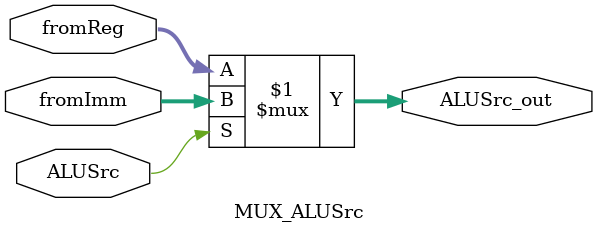
<source format=sv>
module MUX_ALUSrc(
    input logic ALUSrc,            //select signal
    input logic[31:0] fromReg,     //from regfile
    input logic[31:0] fromImm,     //immediate value
    output logic[31:0] ALUSrc_out  //output data
);

assign ALUSrc_out = ALUSrc ? fromImm : fromReg;

endmodule
</source>
